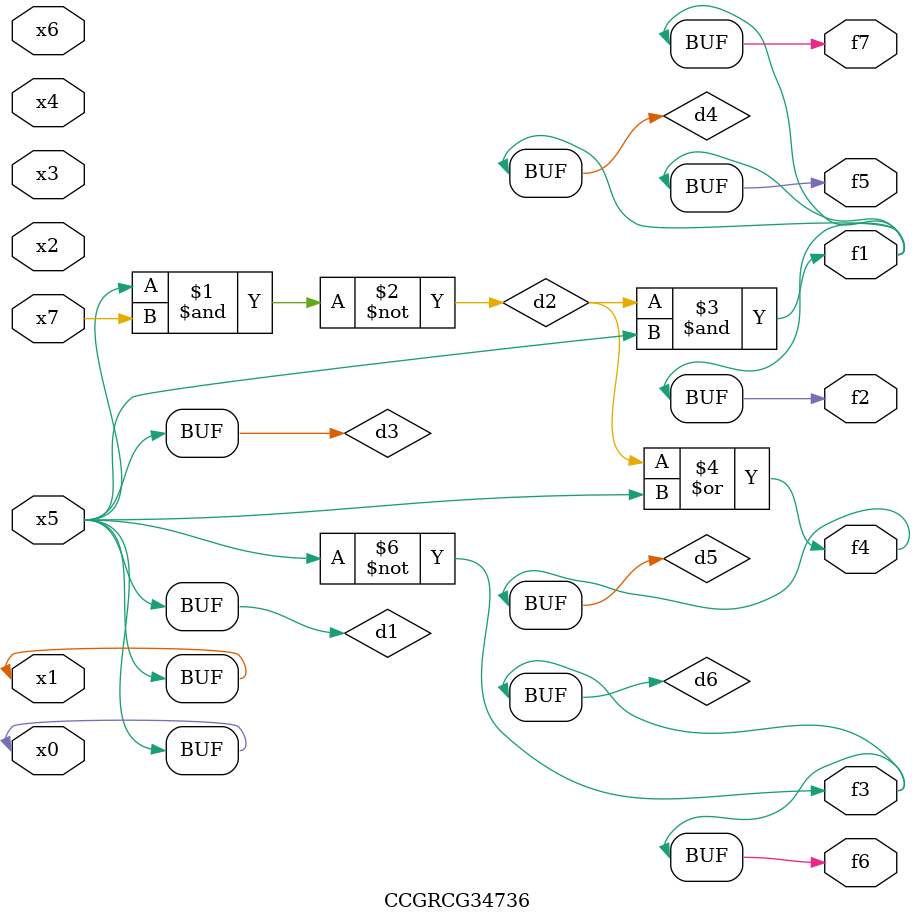
<source format=v>
module CCGRCG34736(
	input x0, x1, x2, x3, x4, x5, x6, x7,
	output f1, f2, f3, f4, f5, f6, f7
);

	wire d1, d2, d3, d4, d5, d6;

	buf (d1, x0, x5);
	nand (d2, x5, x7);
	buf (d3, x0, x1);
	and (d4, d2, d3);
	or (d5, d2, d3);
	nor (d6, d1, d3);
	assign f1 = d4;
	assign f2 = d4;
	assign f3 = d6;
	assign f4 = d5;
	assign f5 = d4;
	assign f6 = d6;
	assign f7 = d4;
endmodule

</source>
